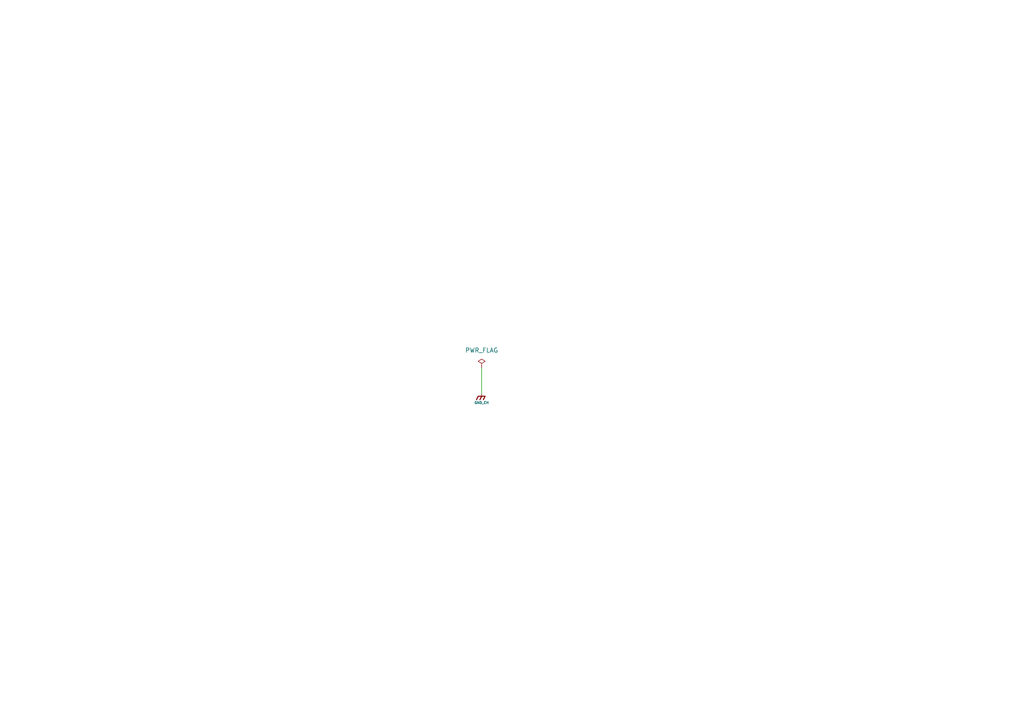
<source format=kicad_sch>
(kicad_sch (version 20250114) (generator "eeschema") (generator_version "9.0")
  (paper "A4")
  (title_block (title "Single Module Face Plate Reference Design") (date "2025-08-12") (rev "A") (company "by Circuit Monkey") (comment 1 "ASMR :: Advanced Synth Module Rack") (comment 2 "Face Plate for a AMSR Single Slot Module"))
  (lib_symbols
    (symbol "CM_power:GND_CH" (power) (pin_numbers (hide yes)) (pin_names (offset 0) (hide yes))
      (property "Value" "GND_CH" (at 0 -2.1 0))
      (symbol "GND_CH_0_1"
        (polyline (pts (xy -1.5 -1.625) (xy -1 -0.625) (xy 1 -0.625) (xy 0.5 -1.625)) (stroke (width 0.3)))
        (polyline (pts (xy 0 -0.625) (xy -0.5 -1.625)) (stroke (width 0.3)))
        (polyline (pts (xy 0 -0.625) (xy 0 0)))
      )
      (symbol "GND_CH_1_1"
        (pin power_in line (at 0 0 270) (length 0) (name "~") (number "1"))
      )
    )
    (symbol "power:PWR_FLAG" (power) (pin_numbers (hide yes)) (pin_names (offset 0) (hide yes))
      (property "Value" "PWR_FLAG" (at 0 3.81 0))
      (symbol "PWR_FLAG_0_0"
        (pin power_out line (at 0 0 90) (length 0) (name "~") (number "1"))
      )
      (symbol "PWR_FLAG_0_1"
        (polyline (pts (xy 0 0) (xy 0 1.27) (xy -1.016 1.905) (xy 0 2.54) (xy 1.016 1.905) (xy 0 1.27)))
      )
    )
  )
  (wire (pts (xy 139.7 114.3) (xy 139.7 106.68)))
  (symbol (lib_id "power:PWR_FLAG") (at 139.7 106.68 0) (unit 1)
    (property "Reference" "#FLG01" (effects (hide yes)))
    (property "Value" "PWR_FLAG" (at 139.7 101.6 0))
    (property "Description" "Special symbol for telling ERC where power comes from" (effects (hide yes)))
  )
  (symbol (lib_id "CM_power:GND_CH") (at 139.7 114.3 0) (unit 1)
    (property "Reference" "#PWR02" (effects (hide yes)))
    (property "Value" "GND_CH" (at 139.7 116.4 0) (effects (font (size 0.7 0.7)) (justify top)))
    (property "Description" "Power symbol creates a global label with name \"GND\" , ground" (effects (hide yes)))
  )
)
</source>
